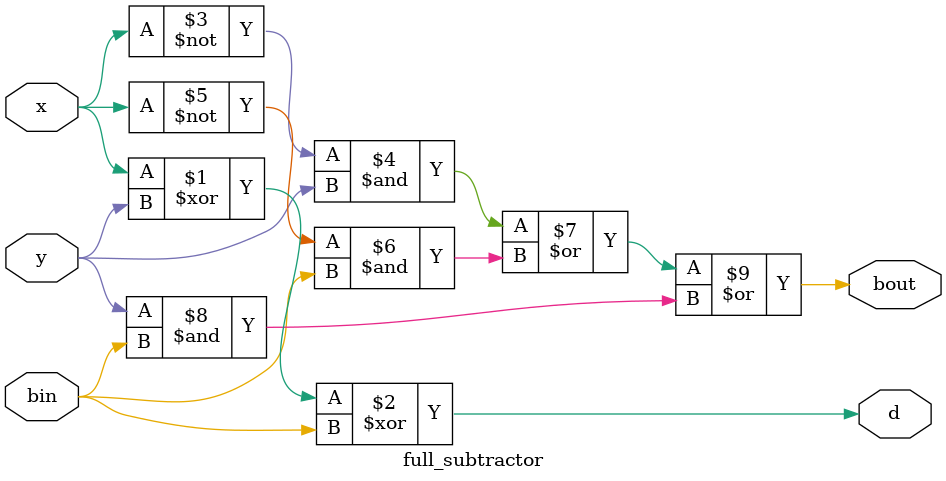
<source format=v>
module full_subtractor(x, y, bin, d, bout);
    input x, y, bin;
    output d, bout;

    assign d = x^y^bin;
    assign bout = (~x&y) | (~x&bin) | (y&bin);
endmodule
</source>
